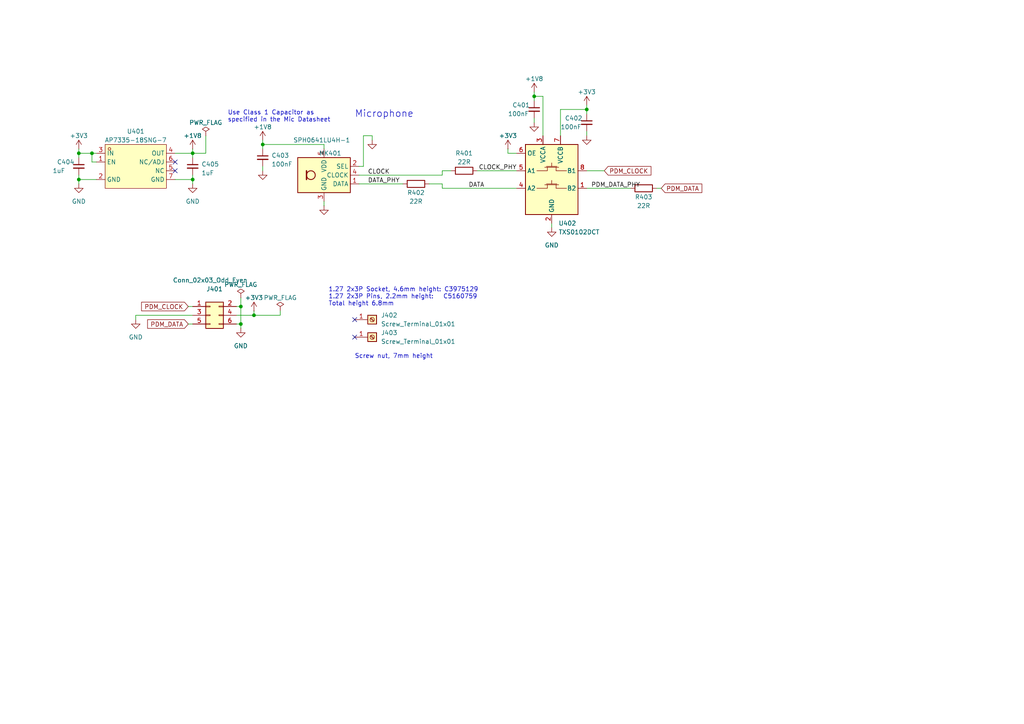
<source format=kicad_sch>
(kicad_sch (version 20231120) (generator "eeschema") (generator_version "8.0")
  (paper "A4")
  (lib_symbols
    (symbol "Connector:Screw_Terminal_01x01" (pin_names (offset 1.016) hide)
      (property "Reference" "J" (at 0 2.54 0))
      (property "Value" "Screw_Terminal_01x01" (at 0 -2.54 0))
      (symbol "Screw_Terminal_01x01_1_1"
        (rectangle (start -1.27 1.27) (end 1.27 -1.27) (stroke (width 0.254)) (fill (type background)))
        (polyline (pts (xy -0.5334 0.3302) (xy 0.3302 -0.508)) (stroke (width 0.1524)))
        (polyline (pts (xy -0.3556 0.508) (xy 0.508 -0.3302)) (stroke (width 0.1524)))
        (circle (center 0 0) (radius 0.635) (stroke (width 0.1524)))
        (pin passive line (at -5.08 0 0) (length 3.81) (name "Pin_1") (number "1"))
      )
    )
    (symbol "Connector_Generic:Conn_02x03_Odd_Even" (pin_names (offset 1.016) hide)
      (property "Reference" "J" (at 1.27 5.08 0))
      (property "Value" "Conn_02x03_Odd_Even" (at 1.27 -5.08 0))
      (symbol "Conn_02x03_Odd_Even_1_1"
        (rectangle (start -1.27 -2.413) (end 0 -2.667) (stroke (width 0.1524)))
        (rectangle (start -1.27 0.127) (end 0 -0.127) (stroke (width 0.1524)))
        (rectangle (start -1.27 2.667) (end 0 2.413) (stroke (width 0.1524)))
        (rectangle (start -1.27 3.81) (end 3.81 -3.81) (stroke (width 0.254)) (fill (type background)))
        (rectangle (start 3.81 -2.413) (end 2.54 -2.667) (stroke (width 0.1524)))
        (rectangle (start 3.81 0.127) (end 2.54 -0.127) (stroke (width 0.1524)))
        (rectangle (start 3.81 2.667) (end 2.54 2.413) (stroke (width 0.1524)))
        (pin passive line (at -5.08 2.54 0) (length 3.81) (name "Pin_1") (number "1"))
        (pin passive line (at 7.62 2.54 180) (length 3.81) (name "Pin_2") (number "2"))
        (pin passive line (at -5.08 0 0) (length 3.81) (name "Pin_3") (number "3"))
        (pin passive line (at 7.62 0 180) (length 3.81) (name "Pin_4") (number "4"))
        (pin passive line (at -5.08 -2.54 0) (length 3.81) (name "Pin_5") (number "5"))
        (pin passive line (at 7.62 -2.54 180) (length 3.81) (name "Pin_6") (number "6"))
      )
    )
    (symbol "Device:C_Small" (pin_numbers hide) (pin_names (offset 0.254) hide)
      (property "Reference" "C" (at 0.254 1.778 0))
      (property "Value" "C_Small" (at 0.254 -2.032 0))
      (symbol "C_Small_0_1"
        (polyline (pts (xy -1.524 -0.508) (xy 1.524 -0.508)) (stroke (width 0.3302)))
        (polyline (pts (xy -1.524 0.508) (xy 1.524 0.508)) (stroke (width 0.3048)))
      )
      (symbol "C_Small_1_1"
        (pin passive line (at 0 2.54 270) (length 2.032) (name "~") (number "1"))
        (pin passive line (at 0 -2.54 90) (length 2.032) (name "~") (number "2"))
      )
    )
    (symbol "Device:R" (pin_numbers hide) (pin_names (offset 0))
      (property "Reference" "R" (at 2.032 0 90))
      (property "Value" "R" (at 0 0 90))
      (symbol "R_0_1"
        (rectangle (start -1.016 -2.54) (end 1.016 2.54) (stroke (width 0.254)))
      )
      (symbol "R_1_1"
        (pin passive line (at 0 3.81 270) (length 1.27) (name "~") (number "1"))
        (pin passive line (at 0 -3.81 90) (length 1.27) (name "~") (number "2"))
      )
    )
    (symbol "Logic_LevelTranslator:TXS0102DCT"
      (property "Reference" "U" (at -6.35 11.43 0))
      (property "Value" "TXS0102DCT" (at 3.81 11.43 0))
      (symbol "TXS0102DCT_0_1"
        (rectangle (start -7.62 10.16) (end 7.62 -10.16) (stroke (width 0.254)) (fill (type background)))
        (polyline (pts (xy -4.318 -2.54) (xy -1.27 -2.54)))
        (polyline (pts (xy -2.032 -1.524) (xy 2.032 -1.524)))
        (polyline (pts (xy -1.524 -1.27) (xy 1.524 -1.27)))
        (polyline (pts (xy -1.27 -2.54) (xy -1.27 -1.524)))
        (polyline (pts (xy 0 -1.27) (xy 0 -0.254)))
        (polyline (pts (xy 1.27 -2.54) (xy 1.27 -1.524)))
        (polyline (pts (xy 4.318 -2.54) (xy 1.27 -2.54)))
      )
      (symbol "TXS0102DCT_1_1"
        (polyline (pts (xy -4.318 2.54) (xy -1.27 2.54)))
        (polyline (pts (xy -2.032 3.556) (xy 2.032 3.556)))
        (polyline (pts (xy -1.524 3.81) (xy 1.524 3.81)))
        (polyline (pts (xy -1.27 2.54) (xy -1.27 3.556)))
        (polyline (pts (xy 0 3.81) (xy 0 4.826)))
        (polyline (pts (xy 1.27 2.54) (xy 1.27 3.556)))
        (polyline (pts (xy 4.318 2.54) (xy 1.27 2.54)))
        (pin bidirectional line (at 10.16 -2.54 180) (length 2.54) (name "B2") (number "1"))
        (pin power_in line (at 0 -12.7 90) (length 2.54) (name "GND") (number "2"))
        (pin power_in line (at -2.54 12.7 270) (length 2.54) (name "VCCA") (number "3"))
        (pin bidirectional line (at -10.16 -2.54 0) (length 2.54) (name "A2") (number "4"))
        (pin bidirectional line (at -10.16 2.54 0) (length 2.54) (name "A1") (number "5"))
        (pin input line (at -10.16 7.62 0) (length 2.54) (name "OE") (number "6"))
        (pin power_in line (at 2.54 12.7 270) (length 2.54) (name "VCCB") (number "7"))
        (pin bidirectional line (at 10.16 2.54 180) (length 2.54) (name "B1") (number "8"))
      )
    )
    (symbol "Sensor_Audio:SPH0641LU4H-1"
      (property "Reference" "MK" (at 5.08 6.35 0))
      (property "Value" "SPH0641LU4H-1" (at 8.89 -6.35 0))
      (symbol "SPH0641LU4H-1_1_1"
        (rectangle (start -7.62 5.08) (end 7.62 -5.08) (stroke (width 0.254)) (fill (type background)))
        (circle (center -3.81 0) (radius 1.27) (stroke (width 0.254)))
        (polyline (pts (xy -5.08 1.27) (xy -5.08 -1.27)) (stroke (width 0.381)))
        (pin output line (at 10.16 -2.54 180) (length 2.54) (name "DATA") (number "1"))
        (pin input line (at 10.16 2.54 180) (length 2.54) (name "SEL") (number "2"))
        (pin power_in line (at 0 -7.62 90) (length 2.54) (name "GND") (number "3"))
        (pin input line (at 10.16 0 180) (length 2.54) (name "CLOCK") (number "4"))
        (pin power_in line (at 0 7.62 270) (length 2.54) (name "VDD") (number "5"))
      )
    )
    (symbol "cacophony-library:AP7335-18SNG-7"
      (property "Reference" "U" (at 0 8.89 0))
      (property "Value" "AP7335-18SNG-7" (at 0 7.62 0))
      (symbol "AP7335-18SNG-7_0_1"
        (rectangle (start -8.89 6.35) (end 8.89 -6.35) (fill (type background)))
        (circle (center -7.62 5.08) (radius 0.38))
        (pin unspecified line (at -11.43 1.27 0) (length 2.54) (name "EN") (number "1"))
        (pin unspecified line (at -11.43 -3.81 0) (length 2.54) (name "GND") (number "2"))
        (pin unspecified line (at -11.43 3.81 0) (length 2.54) (name "IN") (number "3"))
        (pin unspecified line (at 11.43 3.81 180) (length 2.54) (name "OUT") (number "4"))
        (pin unspecified line (at 11.43 -1.27 180) (length 2.54) (name "NC") (number "5"))
        (pin unspecified line (at 11.43 1.27 180) (length 2.54) (name "NC/ADJ") (number "6"))
        (pin unspecified line (at 11.43 -3.81 180) (length 2.54) (name "GND") (number "7"))
      )
    )
    (symbol "power:+1V8" (power) (pin_numbers hide) (pin_names (offset 0) hide)
      (property "Value" "+1V8" (at 0 3.556 0))
      (symbol "+1V8_0_1"
        (polyline (pts (xy -0.762 1.27) (xy 0 2.54)))
        (polyline (pts (xy 0 0) (xy 0 2.54)))
        (polyline (pts (xy 0 2.54) (xy 0.762 1.27)))
      )
      (symbol "+1V8_1_1"
        (pin power_in line (at 0 0 90) (length 0) (name "~") (number "1"))
      )
    )
    (symbol "power:+3V3" (power) (pin_numbers hide) (pin_names (offset 0) hide)
      (property "Value" "+3V3" (at 0 3.556 0))
      (symbol "+3V3_0_1"
        (polyline (pts (xy -0.762 1.27) (xy 0 2.54)))
        (polyline (pts (xy 0 0) (xy 0 2.54)))
        (polyline (pts (xy 0 2.54) (xy 0.762 1.27)))
      )
      (symbol "+3V3_1_1"
        (pin power_in line (at 0 0 90) (length 0) (name "~") (number "1"))
      )
    )
    (symbol "power:GND" (power) (pin_numbers hide) (pin_names (offset 0) hide)
      (property "Value" "GND" (at 0 -3.81 0))
      (symbol "GND_0_1"
        (polyline (pts (xy 0 0) (xy 0 -1.27) (xy 1.27 -1.27) (xy 0 -2.54) (xy -1.27 -1.27) (xy 0 -1.27)))
      )
      (symbol "GND_1_1"
        (pin power_in line (at 0 0 270) (length 0) (name "~") (number "1"))
      )
    )
    (symbol "power:PWR_FLAG" (power) (pin_numbers hide) (pin_names (offset 0) hide)
      (property "Value" "PWR_FLAG" (at 0 3.81 0))
      (symbol "PWR_FLAG_0_0"
        (pin power_out line (at 0 0 90) (length 0) (name "~") (number "1"))
      )
      (symbol "PWR_FLAG_0_1"
        (polyline (pts (xy 0 0) (xy 0 1.27) (xy -1.016 1.905) (xy 0 2.54) (xy 1.016 1.905) (xy 0 1.27)))
      )
    )
  )
  (junction (at 22.86 52.07))
  (junction (at 154.94 27.94))
  (junction (at 73.66 91.44))
  (junction (at 55.88 44.45))
  (junction (at 69.85 93.98))
  (junction (at 26.67 44.45))
  (junction (at 170.18 31.75))
  (junction (at 55.88 52.07))
  (junction (at 22.86 44.45))
  (junction (at 69.85 88.9))
  (junction (at 76.2 41.91))
  (no_connect (at 50.8 49.53))
  (no_connect (at 102.87 97.79))
  (no_connect (at 102.87 92.71))
  (no_connect (at 50.8 46.99))
  (wire (pts (xy 154.94 34.29) (xy 154.94 35.56)))
  (wire (pts (xy 55.88 44.45) (xy 55.88 45.72)))
  (wire (pts (xy 190.5 54.61) (xy 191.77 54.61)))
  (wire (pts (xy 68.58 93.98) (xy 69.85 93.98)))
  (wire (pts (xy 157.48 27.94) (xy 154.94 27.94)))
  (wire (pts (xy 69.85 88.9) (xy 68.58 88.9)))
  (wire (pts (xy 76.2 41.91) (xy 93.98 41.91)))
  (wire (pts (xy 128.27 54.61) (xy 128.27 53.34)))
  (wire (pts (xy 69.85 88.9) (xy 69.85 93.98)))
  (wire (pts (xy 76.2 48.26) (xy 76.2 49.53)))
  (wire (pts (xy 160.02 64.77) (xy 160.02 66.04)))
  (wire (pts (xy 39.37 91.44) (xy 39.37 92.71)))
  (wire (pts (xy 54.61 88.9) (xy 55.88 88.9)))
  (wire (pts (xy 22.86 43.18) (xy 22.86 44.45)))
  (wire (pts (xy 105.41 48.26) (xy 105.41 39.37)))
  (wire (pts (xy 76.2 40.64) (xy 76.2 41.91)))
  (wire (pts (xy 149.86 54.61) (xy 128.27 54.61)))
  (wire (pts (xy 162.56 31.75) (xy 170.18 31.75)))
  (wire (pts (xy 93.98 58.42) (xy 93.98 59.69)))
  (wire (pts (xy 54.61 93.98) (xy 55.88 93.98)))
  (wire (pts (xy 104.14 48.26) (xy 105.41 48.26)))
  (wire (pts (xy 55.88 52.07) (xy 55.88 53.34)))
  (wire (pts (xy 69.85 93.98) (xy 69.85 95.25)))
  (wire (pts (xy 157.48 39.37) (xy 157.48 27.94)))
  (wire (pts (xy 128.27 50.8) (xy 128.27 49.53)))
  (wire (pts (xy 68.58 91.44) (xy 73.66 91.44)))
  (wire (pts (xy 170.18 31.75) (xy 170.18 33.02)))
  (wire (pts (xy 162.56 39.37) (xy 162.56 31.75)))
  (wire (pts (xy 27.94 46.99) (xy 26.67 46.99)))
  (wire (pts (xy 170.18 54.61) (xy 182.88 54.61)))
  (wire (pts (xy 50.8 44.45) (xy 55.88 44.45)))
  (wire (pts (xy 170.18 49.53) (xy 175.26 49.53)))
  (wire (pts (xy 59.69 39.37) (xy 59.69 44.45)))
  (wire (pts (xy 93.98 41.91) (xy 93.98 43.18)))
  (wire (pts (xy 104.14 50.8) (xy 128.27 50.8)))
  (wire (pts (xy 22.86 44.45) (xy 26.67 44.45)))
  (wire (pts (xy 22.86 44.45) (xy 22.86 45.72)))
  (wire (pts (xy 154.94 27.94) (xy 154.94 29.21)))
  (wire (pts (xy 73.66 91.44) (xy 73.66 90.17)))
  (wire (pts (xy 55.88 44.45) (xy 59.69 44.45)))
  (wire (pts (xy 170.18 30.48) (xy 170.18 31.75)))
  (wire (pts (xy 55.88 44.45) (xy 55.88 43.18)))
  (wire (pts (xy 26.67 44.45) (xy 27.94 44.45)))
  (wire (pts (xy 73.66 91.44) (xy 81.28 91.44)))
  (wire (pts (xy 128.27 49.53) (xy 130.81 49.53)))
  (wire (pts (xy 27.94 52.07) (xy 22.86 52.07)))
  (wire (pts (xy 76.2 41.91) (xy 76.2 43.18)))
  (wire (pts (xy 81.28 91.44) (xy 81.28 90.17)))
  (wire (pts (xy 26.67 46.99) (xy 26.67 44.45)))
  (wire (pts (xy 22.86 52.07) (xy 22.86 53.34)))
  (wire (pts (xy 104.14 53.34) (xy 116.84 53.34)))
  (wire (pts (xy 105.41 39.37) (xy 107.95 39.37)))
  (wire (pts (xy 50.8 52.07) (xy 55.88 52.07)))
  (wire (pts (xy 170.18 38.1) (xy 170.18 39.37)))
  (wire (pts (xy 22.86 52.07) (xy 22.86 50.8)))
  (wire (pts (xy 55.88 91.44) (xy 39.37 91.44)))
  (wire (pts (xy 147.32 44.45) (xy 147.32 43.18)))
  (wire (pts (xy 154.94 26.67) (xy 154.94 27.94)))
  (wire (pts (xy 138.43 49.53) (xy 149.86 49.53)))
  (wire (pts (xy 149.86 44.45) (xy 147.32 44.45)))
  (wire (pts (xy 69.85 86.36) (xy 69.85 88.9)))
  (wire (pts (xy 124.46 53.34) (xy 128.27 53.34)))
  (wire (pts (xy 107.95 39.37) (xy 107.95 40.64)))
  (wire (pts (xy 55.88 52.07) (xy 55.88 50.8)))
  (text "Use Class 1 Capacitor as \nspecified in the Mic Datasheet" (at 66.04 35.56 0) (effects (font (size 1.27 1.27)) (justify left bottom)))
  (text "Microphone" (at 102.87 34.29 0) (effects (font (size 2 2)) (justify left bottom)))
  (text "Screw nut, 7mm height" (at 102.87 104.14 0) (effects (font (size 1.27 1.27)) (justify left bottom)))
  (text "1.27 2x3P Socket, 4.6mm height: C3975129\n1.27 2x3P Pins, 2.2mm height:   C5160759\nTotal height 6.8mm" (at 95.25 88.9 0) (effects (font (size 1.27 1.27)) (justify left bottom)))
  (label "CLOCK" (at 106.68 50.8 0))
  (label "PDM_DATA_PHY" (at 171.45 54.61 0))
  (label "DATA" (at 135.89 54.61 0))
  (label "DATA_PHY" (at 106.68 53.34 0))
  (label "CLOCK_PHY" (at 149.86 49.53 180))
  (global_label "PDM_DATA" (shape input) (at 191.77 54.61 0) (property "Intersheetrefs" "${INTERSHEET_REFS}" (effects (hide yes))))
  (global_label "PDM_DATA" (shape input) (at 54.61 93.98 180) (property "Intersheetrefs" "${INTERSHEET_REFS}" (effects (hide yes))))
  (global_label "PDM_CLOCK" (shape input) (at 54.61 88.9 180) (property "Intersheetrefs" "${INTERSHEET_REFS}" (effects (hide yes))))
  (global_label "PDM_CLOCK" (shape input) (at 175.26 49.53 0) (property "Intersheetrefs" "${INTERSHEET_REFS}" (effects (hide yes))))
  (symbol (lib_id "power:GND") (at 93.98 59.69 0) (unit 1)
    (property "Reference" "#PWR0413" (effects (hide yes)))
    (property "Value" "GND" (effects (hide yes)))
    (property "Description" "Power symbol creates a global label with name \"GND\" , ground" (effects (hide yes)))
  )
  (symbol (lib_id "power:+3V3") (at 73.66 90.17 0) (unit 1)
    (property "Reference" "#PWR0415" (effects (hide yes)))
    (property "Value" "+3V3" (at 73.66 86.36 0))
    (property "Description" "Power symbol creates a global label with name \"+3V3\"" (effects (hide yes)))
  )
  (symbol (lib_id "Device:C_Small") (at 76.2 45.72 0) (unit 1)
    (property "Reference" "C403" (at 78.74 45.0913 0) (effects (justify left)))
    (property "Value" "100nF" (at 78.74 47.6313 0) (effects (justify left)))
    (property "Footprint" "Capacitor_SMD:C_1206_3216Metric" (effects (hide yes)))
    (property "LCSC" "C170182" (effects (hide yes)))
  )
  (symbol (lib_id "Device:C_Small") (at 154.94 31.75 0) (unit 1)
    (property "Reference" "C401" (at 148.59 30.48 0) (effects (justify left)))
    (property "Value" "100nF" (at 147.32 33.02 0) (effects (justify left)))
    (property "Footprint" "Capacitor_SMD:C_0402_1005Metric" (effects (hide yes)))
    (property "LCSC" "C1525" (effects (hide yes)))
  )
  (symbol (lib_id "power:PWR_FLAG") (at 81.28 90.17 0) (unit 1)
    (property "Reference" "#FLG0403" (effects (hide yes)))
    (property "Value" "PWR_FLAG" (at 81.28 86.36 0))
    (property "Description" "Special symbol for telling ERC where power comes from" (effects (hide yes)))
  )
  (symbol (lib_id "power:+1V8") (at 154.94 26.67 0) (unit 1)
    (property "Reference" "#PWR0401" (effects (hide yes)))
    (property "Value" "+1V8" (at 154.94 22.86 0))
    (property "Description" "Power symbol creates a global label with name \"+1V8\"" (effects (hide yes)))
  )
  (symbol (lib_id "Connector_Generic:Conn_02x03_Odd_Even") (at 60.96 91.44 0) (unit 1)
    (property "Reference" "J401" (at 62.23 83.82 0))
    (property "Value" "Conn_02x03_Odd_Even" (at 60.96 81.28 0))
    (property "Footprint" "Connector_PinHeader_1.27mm:PinHeader_2x03_P1.27mm_Vertical_SMD" (effects (hide yes)))
    (property "LCSC" "C5160759" (effects (hide yes)))
  )
  (symbol (lib_id "Device:R") (at 186.69 54.61 90) (unit 1)
    (property "Reference" "R403" (at 186.69 57.15 90))
    (property "Value" "22R" (at 186.69 59.69 90))
    (property "Footprint" "Resistor_SMD:R_0402_1005Metric" (effects (hide yes)))
    (property "LCSC" "C25092" (effects (hide yes)))
  )
  (symbol (lib_id "Device:C_Small") (at 55.88 48.26 0) (unit 1)
    (property "Reference" "C405" (at 58.42 47.6313 0) (effects (justify left)))
    (property "Value" "1uF" (at 58.42 50.1713 0) (effects (justify left)))
    (property "Footprint" "Capacitor_SMD:C_0402_1005Metric" (effects (hide yes)))
    (property "LCSC" "C52923" (effects (hide yes)))
  )
  (symbol (lib_id "Device:C_Small") (at 22.86 48.26 0) (unit 1)
    (property "Reference" "C404" (at 16.51 46.99 0) (effects (justify left)))
    (property "Value" "1uF" (at 15.24 49.53 0) (effects (justify left)))
    (property "Footprint" "Capacitor_SMD:C_0402_1005Metric" (effects (hide yes)))
    (property "LCSC" "C52923" (effects (hide yes)))
  )
  (symbol (lib_id "Device:R") (at 120.65 53.34 90) (unit 1)
    (property "Reference" "R402" (at 120.65 55.88 90))
    (property "Value" "22R" (at 120.65 58.42 90))
    (property "Footprint" "Resistor_SMD:R_0402_1005Metric" (effects (hide yes)))
    (property "LCSC" "C25092" (effects (hide yes)))
  )
  (symbol (lib_id "Sensor_Audio:SPH0641LU4H-1") (at 93.98 50.8 0) (unit 1)
    (property "Reference" "MK401" (at 99.06 44.45 0) (effects (justify right)))
    (property "Value" "SPH0641LU4H-1" (at 101.6 40.64 0) (effects (justify right)))
    (property "Footprint" "cacophony-library:Knowles_LGA-5_3.5x2.65mm_0.6mm_NPTH" (effects (hide yes)))
    (property "Datasheet" "https://www.knowles.com/docs/default-source/model-downloads/sph0641lu4h-1-revb.pdf" (effects (hide yes)))
    (property "LCSC" "C2879853" (effects (hide yes)))
  )
  (symbol (lib_id "Connector:Screw_Terminal_01x01") (at 107.95 97.79 0) (unit 1)
    (property "Reference" "J403" (at 110.49 96.52 0) (effects (justify left)))
    (property "Value" "Screw_Terminal_01x01" (at 110.49 99.0599 0) (effects (justify left)))
    (property "Footprint" "cacophony-library:SMD_BD4.4-L4.4-D2.8" (effects (hide yes)))
    (property "LCSC" "C2928186" (effects (hide yes)))
  )
  (symbol (lib_id "power:GND") (at 160.02 66.04 0) (unit 1)
    (property "Reference" "#PWR0414" (effects (hide yes)))
    (property "Value" "GND" (at 160.02 71.12 0))
    (property "Description" "Power symbol creates a global label with name \"GND\" , ground" (effects (hide yes)))
  )
  (symbol (lib_id "power:GND") (at 170.18 39.37 0) (unit 1)
    (property "Reference" "#PWR0404" (effects (hide yes)))
    (property "Value" "GND" (effects (hide yes)))
    (property "Description" "Power symbol creates a global label with name \"GND\" , ground" (effects (hide yes)))
  )
  (symbol (lib_id "cacophony-library:AP7335-18SNG-7") (at 39.37 48.26 0) (unit 1)
    (property "Reference" "U401" (at 39.37 38.1 0))
    (property "Value" "AP7335-18SNG-7" (at 39.37 40.64 0))
    (property "Footprint" "cacophony-library:U-DFN2020-6_L2.0-W2.0-P0.65-BL-EP" (effects (hide yes)))
    (property "Datasheet" "https://lcsc.com/product-detail/Low-Dropout-Regulators-LDO_Diodes-Incorporated-AP7335-18SNG-7_C460378.html" (effects (hide yes)))
    (property "Manufacturer" "DIODES(美台)" (effects (hide yes)))
    (property "LCSC Part" "C460378" (effects (hide yes)))
    (property "JLC Part" "Extended Part" (effects (hide yes)))
    (property "LCSC" "C460378" (effects (hide yes)))
  )
  (symbol (lib_id "Logic_LevelTranslator:TXS0102DCT") (at 160.02 52.07 0) (unit 1)
    (property "Reference" "U402" (at 161.9759 64.77 0) (effects (justify left)))
    (property "Value" "TXS0102DCT" (at 161.9759 67.31 0) (effects (justify left)))
    (property "Footprint" "Package_SO:SSOP-8_2.95x2.8mm_P0.65mm" (effects (hide yes)))
    (property "Datasheet" "http://www.ti.com/lit/gpn/txs0102" (effects (hide yes)))
    (property "Description" "2-Bit Bidirectional Voltage-Level Shifter for Open-Drain and Push-Pull Application, SSOP-8" (effects (hide yes)))
    (property "LCSC" "C324082" (effects (hide yes)))
  )
  (symbol (lib_id "Device:C_Small") (at 170.18 35.56 0) (unit 1)
    (property "Reference" "C402" (at 163.83 34.29 0) (effects (justify left)))
    (property "Value" "100nF" (at 162.56 36.83 0) (effects (justify left)))
    (property "Footprint" "Capacitor_SMD:C_0402_1005Metric" (effects (hide yes)))
    (property "LCSC" "C1525" (effects (hide yes)))
  )
  (symbol (lib_id "power:PWR_FLAG") (at 59.69 39.37 0) (unit 1)
    (property "Reference" "#FLG0401" (effects (hide yes)))
    (property "Value" "PWR_FLAG" (at 59.69 35.56 0))
    (property "Description" "Special symbol for telling ERC where power comes from" (effects (hide yes)))
  )
  (symbol (lib_id "power:PWR_FLAG") (at 69.85 86.36 0) (unit 1)
    (property "Reference" "#FLG0402" (effects (hide yes)))
    (property "Value" "PWR_FLAG" (at 69.85 82.55 0))
    (property "Description" "Special symbol for telling ERC where power comes from" (effects (hide yes)))
  )
  (symbol (lib_id "power:GND") (at 22.86 53.34 0) (unit 1)
    (property "Reference" "#PWR0411" (effects (hide yes)))
    (property "Value" "GND" (at 22.86 58.42 0))
    (property "Description" "Power symbol creates a global label with name \"GND\" , ground" (effects (hide yes)))
  )
  (symbol (lib_id "power:GND") (at 69.85 95.25 0) (unit 1)
    (property "Reference" "#PWR0417" (effects (hide yes)))
    (property "Value" "GND" (at 69.85 100.33 0))
    (property "Description" "Power symbol creates a global label with name \"GND\" , ground" (effects (hide yes)))
  )
  (symbol (lib_id "power:GND") (at 76.2 49.53 0) (unit 1)
    (property "Reference" "#PWR0410" (effects (hide yes)))
    (property "Value" "GND" (effects (hide yes)))
    (property "Description" "Power symbol creates a global label with name \"GND\" , ground" (effects (hide yes)))
  )
  (symbol (lib_id "power:GND") (at 107.95 40.64 0) (unit 1)
    (property "Reference" "#PWR0406" (effects (hide yes)))
    (property "Value" "GND" (effects (hide yes)))
    (property "Description" "Power symbol creates a global label with name \"GND\" , ground" (effects (hide yes)))
  )
  (symbol (lib_id "power:+1V8") (at 55.88 43.18 0) (unit 1)
    (property "Reference" "#PWR0408" (effects (hide yes)))
    (property "Value" "+1V8" (at 55.88 39.37 0))
    (property "Description" "Power symbol creates a global label with name \"+1V8\"" (effects (hide yes)))
  )
  (symbol (lib_id "power:+1V8") (at 76.2 40.64 0) (unit 1)
    (property "Reference" "#PWR0405" (effects (hide yes)))
    (property "Value" "+1V8" (at 76.2 36.83 0))
    (property "Description" "Power symbol creates a global label with name \"+1V8\"" (effects (hide yes)))
  )
  (symbol (lib_id "power:+3V3") (at 170.18 30.48 0) (unit 1)
    (property "Reference" "#PWR0402" (effects (hide yes)))
    (property "Value" "+3V3" (at 170.18 26.67 0))
    (property "Description" "Power symbol creates a global label with name \"+3V3\"" (effects (hide yes)))
  )
  (symbol (lib_id "power:GND") (at 39.37 92.71 0) (unit 1)
    (property "Reference" "#PWR0416" (effects (hide yes)))
    (property "Value" "GND" (at 39.37 97.79 0))
    (property "Description" "Power symbol creates a global label with name \"GND\" , ground" (effects (hide yes)))
  )
  (symbol (lib_id "power:+3V3") (at 147.32 43.18 0) (unit 1)
    (property "Reference" "#PWR0409" (effects (hide yes)))
    (property "Value" "+3V3" (at 147.32 39.37 0))
    (property "Description" "Power symbol creates a global label with name \"+3V3\"" (effects (hide yes)))
  )
  (symbol (lib_id "Connector:Screw_Terminal_01x01") (at 107.95 92.71 0) (unit 1)
    (property "Reference" "J402" (at 110.49 91.44 0) (effects (justify left)))
    (property "Value" "Screw_Terminal_01x01" (at 110.49 93.9799 0) (effects (justify left)))
    (property "Footprint" "cacophony-library:SMD_BD4.4-L4.4-D2.8" (effects (hide yes)))
    (property "LCSC" "C2928186" (effects (hide yes)))
  )
  (symbol (lib_id "Device:R") (at 134.62 49.53 90) (unit 1)
    (property "Reference" "R401" (at 134.62 44.45 90))
    (property "Value" "22R" (at 134.62 46.99 90))
    (property "Footprint" "Resistor_SMD:R_0402_1005Metric" (effects (hide yes)))
    (property "LCSC" "C25092" (effects (hide yes)))
  )
  (symbol (lib_id "power:GND") (at 55.88 53.34 0) (unit 1)
    (property "Reference" "#PWR0412" (effects (hide yes)))
    (property "Value" "GND" (at 55.88 58.42 0))
    (property "Description" "Power symbol creates a global label with name \"GND\" , ground" (effects (hide yes)))
  )
  (symbol (lib_id "power:GND") (at 154.94 35.56 0) (unit 1)
    (property "Reference" "#PWR0403" (effects (hide yes)))
    (property "Value" "GND" (effects (hide yes)))
    (property "Description" "Power symbol creates a global label with name \"GND\" , ground" (effects (hide yes)))
  )
  (symbol (lib_id "power:+3V3") (at 22.86 43.18 0) (unit 1)
    (property "Reference" "#PWR0407" (effects (hide yes)))
    (property "Value" "+3V3" (at 22.86 39.37 0))
    (property "Description" "Power symbol creates a global label with name \"+3V3\"" (effects (hide yes)))
  )
)
</source>
